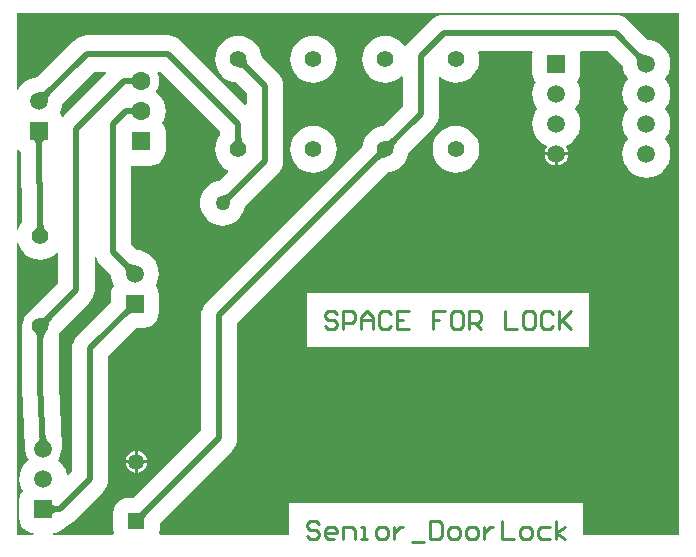
<source format=gtl>
G04 Layer_Physical_Order=1*
G04 Layer_Color=255*
%FSLAX25Y25*%
%MOIN*%
G70*
G01*
G75*
%ADD10C,0.02000*%
%ADD11C,0.01000*%
%ADD12C,0.05512*%
%ADD13R,0.06299X0.06299*%
%ADD14C,0.06299*%
%ADD15C,0.05905*%
%ADD16R,0.05905X0.05905*%
%ADD17R,0.05315X0.05315*%
%ADD18C,0.05315*%
%ADD19R,0.05905X0.05905*%
%ADD20C,0.05000*%
G36*
X114509Y208957D02*
X114537Y208702D01*
X114584Y208455D01*
X114649Y208217D01*
X114732Y207987D01*
X114834Y207766D01*
X114955Y207553D01*
X115095Y207350D01*
X115253Y207155D01*
X115429Y206968D01*
X111571D01*
X111747Y207155D01*
X111905Y207350D01*
X112045Y207553D01*
X112165Y207766D01*
X112268Y207987D01*
X112351Y208217D01*
X112416Y208455D01*
X112463Y208702D01*
X112491Y208957D01*
X112500Y209222D01*
X114500D01*
X114509Y208957D01*
D02*
G37*
G36*
X142692Y196237D02*
X142905Y196070D01*
X143128Y195923D01*
X143360Y195795D01*
X143603Y195688D01*
X143857Y195601D01*
X144120Y195534D01*
X144393Y195487D01*
X144677Y195460D01*
X144971Y195453D01*
X142047Y192529D01*
X142040Y192823D01*
X142013Y193107D01*
X141966Y193380D01*
X141899Y193643D01*
X141812Y193897D01*
X141705Y194140D01*
X141577Y194372D01*
X141430Y194595D01*
X141263Y194808D01*
X141076Y195010D01*
X142490Y196424D01*
X142692Y196237D01*
D02*
G37*
G36*
X144889Y179560D02*
X144733Y179673D01*
X144549Y179730D01*
X144337D01*
X144097Y179673D01*
X143828Y179560D01*
X143531Y179391D01*
X143206Y179164D01*
X142852Y178881D01*
X142060Y178146D01*
X140646Y179560D01*
X141042Y179970D01*
X141664Y180706D01*
X141891Y181031D01*
X142060Y181328D01*
X142173Y181597D01*
X142230Y181837D01*
Y182049D01*
X142173Y182233D01*
X142060Y182389D01*
X144889Y179560D01*
D02*
G37*
G36*
X326452Y105547D02*
X294472D01*
Y115998D01*
X196500D01*
Y105547D01*
X153211D01*
X152933Y105963D01*
X153029Y106195D01*
X153201Y107500D01*
Y109332D01*
X177363Y133494D01*
X177363Y133494D01*
X178113Y134408D01*
X178670Y135450D01*
X179013Y136581D01*
X179129Y137757D01*
Y176103D01*
X229313Y226287D01*
X230020Y226356D01*
X231482Y226800D01*
X232830Y227520D01*
X234011Y228489D01*
X234980Y229670D01*
X235700Y231018D01*
X236144Y232480D01*
X236213Y233187D01*
X244563Y241537D01*
X245313Y242450D01*
X245870Y243493D01*
X246213Y244624D01*
X246329Y245800D01*
Y257974D01*
X246829Y258210D01*
X247670Y257520D01*
X249018Y256800D01*
X250480Y256356D01*
X252000Y256207D01*
X253520Y256356D01*
X254982Y256800D01*
X256330Y257520D01*
X257511Y258489D01*
X258480Y259670D01*
X259200Y261018D01*
X259644Y262480D01*
X259793Y264000D01*
X259644Y265520D01*
X259386Y266369D01*
X259684Y266771D01*
X277173D01*
X277612Y266271D01*
X277504Y265453D01*
Y259547D01*
X277676Y258242D01*
X278180Y257026D01*
X278605Y256471D01*
X278117Y255558D01*
X277662Y254059D01*
X277509Y252500D01*
X277662Y250941D01*
X278117Y249442D01*
X278855Y248060D01*
X279315Y247500D01*
X278855Y246940D01*
X278117Y245558D01*
X277662Y244059D01*
X277509Y242500D01*
X277662Y240941D01*
X278117Y239442D01*
X278855Y238060D01*
X279849Y236849D01*
X281060Y235856D01*
X282054Y235324D01*
X282193Y234683D01*
X282047Y234493D01*
X281649Y233532D01*
X281579Y233000D01*
X289421D01*
X289351Y233532D01*
X288953Y234493D01*
X288807Y234683D01*
X288946Y235324D01*
X289940Y235856D01*
X291151Y236849D01*
X292144Y238060D01*
X292883Y239442D01*
X293338Y240941D01*
X293491Y242500D01*
X293338Y244059D01*
X292883Y245558D01*
X292144Y246940D01*
X291685Y247500D01*
X292144Y248060D01*
X292883Y249442D01*
X293338Y250941D01*
X293491Y252500D01*
X293338Y254059D01*
X292883Y255558D01*
X292395Y256471D01*
X292820Y257026D01*
X293324Y258242D01*
X293496Y259547D01*
Y265453D01*
X293388Y266271D01*
X293827Y266771D01*
X302703D01*
X307567Y261906D01*
X307662Y260941D01*
X308117Y259442D01*
X308856Y258060D01*
X309315Y257500D01*
X308856Y256940D01*
X308117Y255558D01*
X307662Y254059D01*
X307509Y252500D01*
X307662Y250941D01*
X308117Y249442D01*
X308856Y248060D01*
X309315Y247500D01*
X308856Y246940D01*
X308117Y245558D01*
X307662Y244059D01*
X307509Y242500D01*
X307662Y240941D01*
X308117Y239442D01*
X308856Y238060D01*
X309315Y237500D01*
X308856Y236940D01*
X308117Y235558D01*
X307662Y234059D01*
X307509Y232500D01*
X307662Y230941D01*
X308117Y229442D01*
X308856Y228060D01*
X309849Y226849D01*
X311060Y225855D01*
X312442Y225117D01*
X313941Y224662D01*
X315500Y224509D01*
X317059Y224662D01*
X318558Y225117D01*
X319940Y225855D01*
X321151Y226849D01*
X322145Y228060D01*
X322883Y229442D01*
X323338Y230941D01*
X323491Y232500D01*
X323338Y234059D01*
X322883Y235558D01*
X322145Y236940D01*
X321685Y237500D01*
X322145Y238060D01*
X322883Y239442D01*
X323338Y240941D01*
X323491Y242500D01*
X323338Y244059D01*
X322883Y245558D01*
X322145Y246940D01*
X321685Y247500D01*
X322145Y248060D01*
X322883Y249442D01*
X323338Y250941D01*
X323491Y252500D01*
X323338Y254059D01*
X322883Y255558D01*
X322145Y256940D01*
X321685Y257500D01*
X322145Y258060D01*
X322883Y259442D01*
X323338Y260941D01*
X323491Y262500D01*
X323338Y264059D01*
X322883Y265558D01*
X322145Y266940D01*
X321151Y268151D01*
X319940Y269145D01*
X318558Y269883D01*
X317059Y270338D01*
X316094Y270433D01*
X309463Y277063D01*
X308549Y277813D01*
X307507Y278370D01*
X306376Y278713D01*
X305200Y278829D01*
X248100D01*
X248100Y278829D01*
X246924Y278713D01*
X245793Y278370D01*
X244750Y277813D01*
X243837Y277063D01*
X236037Y269263D01*
X235438Y268534D01*
X235362Y268500D01*
X234913Y268493D01*
X234816Y268529D01*
X234011Y269511D01*
X232830Y270480D01*
X231482Y271200D01*
X230020Y271644D01*
X228500Y271793D01*
X226980Y271644D01*
X225518Y271200D01*
X224170Y270480D01*
X222989Y269511D01*
X222020Y268330D01*
X221300Y266982D01*
X220856Y265520D01*
X220707Y264000D01*
X220856Y262480D01*
X221300Y261018D01*
X222020Y259670D01*
X222989Y258489D01*
X224170Y257520D01*
X225518Y256800D01*
X226980Y256356D01*
X228500Y256207D01*
X230020Y256356D01*
X231482Y256800D01*
X232830Y257520D01*
X233771Y258292D01*
X234271Y258056D01*
Y248297D01*
X227687Y241713D01*
X226980Y241644D01*
X225518Y241200D01*
X224170Y240480D01*
X222989Y239511D01*
X222020Y238330D01*
X221300Y236982D01*
X220856Y235520D01*
X220787Y234813D01*
X168837Y182863D01*
X168087Y181949D01*
X167530Y180907D01*
X167187Y179776D01*
X167071Y178600D01*
Y140255D01*
X144674Y117858D01*
X142842D01*
X141537Y117686D01*
X140321Y117182D01*
X139277Y116381D01*
X138475Y115336D01*
X137971Y114120D01*
X137799Y112815D01*
Y107500D01*
X137971Y106195D01*
X138067Y105963D01*
X137789Y105547D01*
X117815D01*
X117782Y106047D01*
X118758Y106176D01*
X119974Y106680D01*
X121019Y107481D01*
X121577Y108208D01*
X122307Y108430D01*
X123349Y108987D01*
X124263Y109737D01*
X134363Y119837D01*
X135113Y120750D01*
X135670Y121793D01*
X136013Y122924D01*
X136129Y124100D01*
Y165103D01*
X145530Y174504D01*
X147953D01*
X149258Y174676D01*
X150474Y175180D01*
X151519Y175981D01*
X152320Y177026D01*
X152824Y178242D01*
X152996Y179547D01*
Y185453D01*
X152824Y186758D01*
X152320Y187974D01*
X151895Y188529D01*
X152383Y189442D01*
X152838Y190941D01*
X152991Y192500D01*
X152838Y194059D01*
X152383Y195558D01*
X151645Y196940D01*
X150651Y198151D01*
X149440Y199144D01*
X148058Y199883D01*
X146559Y200338D01*
X145594Y200433D01*
X143829Y202197D01*
Y228505D01*
X143850Y228524D01*
X150150D01*
X151455Y228696D01*
X152671Y229200D01*
X153716Y230001D01*
X154517Y231045D01*
X155021Y232262D01*
X155193Y233567D01*
Y239866D01*
X155021Y241172D01*
X154517Y242388D01*
X154169Y242841D01*
X154566Y243583D01*
X155032Y245119D01*
X155189Y246717D01*
X155032Y248314D01*
X154566Y249850D01*
X153809Y251266D01*
X152790Y252507D01*
X151904Y253235D01*
X152013Y253367D01*
X152570Y254409D01*
X152913Y255540D01*
X153029Y256717D01*
X152913Y257893D01*
X152570Y259024D01*
X152347Y259442D01*
X152604Y259871D01*
X153603D01*
X173471Y240003D01*
Y238879D01*
X173020Y238330D01*
X172300Y236982D01*
X171856Y235520D01*
X171707Y234000D01*
X171856Y232480D01*
X172300Y231018D01*
X173020Y229670D01*
X173989Y228489D01*
X175170Y227520D01*
X176054Y227048D01*
X176127Y226553D01*
X173102Y223528D01*
X172730Y223492D01*
X171316Y223063D01*
X170013Y222366D01*
X168871Y221429D01*
X167934Y220287D01*
X167237Y218984D01*
X166808Y217570D01*
X166664Y216100D01*
X166808Y214630D01*
X167237Y213216D01*
X167934Y211913D01*
X168871Y210771D01*
X170013Y209834D01*
X171316Y209137D01*
X172730Y208709D01*
X174200Y208564D01*
X175670Y208709D01*
X177084Y209137D01*
X178387Y209834D01*
X179529Y210771D01*
X180466Y211913D01*
X181163Y213216D01*
X181591Y214630D01*
X181628Y215002D01*
X192563Y225937D01*
X193313Y226851D01*
X193870Y227893D01*
X194213Y229024D01*
X194329Y230200D01*
Y255200D01*
X194213Y256376D01*
X193870Y257507D01*
X193313Y258549D01*
X192563Y259463D01*
X187213Y264813D01*
X187144Y265520D01*
X186700Y266982D01*
X185980Y268330D01*
X185011Y269511D01*
X183830Y270480D01*
X182482Y271200D01*
X181020Y271644D01*
X179500Y271793D01*
X177980Y271644D01*
X176518Y271200D01*
X175170Y270480D01*
X173989Y269511D01*
X173020Y268330D01*
X172300Y266982D01*
X171856Y265520D01*
X171707Y264000D01*
X171856Y262480D01*
X172300Y261018D01*
X173020Y259670D01*
X173989Y258489D01*
X175170Y257520D01*
X176518Y256800D01*
X177980Y256356D01*
X178687Y256287D01*
X182271Y252703D01*
Y248909D01*
X181809Y248717D01*
X160363Y270163D01*
X159450Y270913D01*
X158407Y271470D01*
X157276Y271813D01*
X156100Y271929D01*
X128900D01*
X128900Y271929D01*
X127724Y271813D01*
X126593Y271470D01*
X125550Y270913D01*
X124637Y270163D01*
X124637Y270163D01*
X112406Y257933D01*
X111441Y257838D01*
X109942Y257383D01*
X108560Y256645D01*
X107349Y255651D01*
X106356Y254440D01*
X106047Y253863D01*
X105547Y253989D01*
Y279452D01*
X326452D01*
Y105547D01*
D02*
G37*
G36*
X177588Y218074D02*
X177417Y217893D01*
X177265Y217708D01*
X177131Y217521D01*
X177015Y217331D01*
X176917Y217137D01*
X176837Y216941D01*
X176775Y216741D01*
X176732Y216539D01*
X176707Y216334D01*
X176700Y216125D01*
X174225Y218600D01*
X174434Y218607D01*
X174639Y218632D01*
X174841Y218675D01*
X175041Y218737D01*
X175237Y218817D01*
X175431Y218915D01*
X175621Y219031D01*
X175808Y219165D01*
X175993Y219317D01*
X176174Y219488D01*
X177588Y218074D01*
D02*
G37*
G36*
X106481Y233481D02*
X106971Y233105D01*
Y223000D01*
X107087Y221824D01*
X107430Y220693D01*
X107471Y220616D01*
Y209879D01*
X107020Y209330D01*
X106300Y207982D01*
X106047Y207151D01*
X105547Y207225D01*
Y233877D01*
X106047Y234047D01*
X106481Y233481D01*
D02*
G37*
G36*
X117192Y177278D02*
X117012Y177085D01*
X116851Y176884D01*
X116709Y176677D01*
X116587Y176462D01*
X116483Y176241D01*
X116399Y176012D01*
X116335Y175777D01*
X116289Y175534D01*
X116263Y175284D01*
X116256Y175028D01*
X113528Y177756D01*
X113784Y177763D01*
X114034Y177789D01*
X114277Y177835D01*
X114512Y177899D01*
X114741Y177983D01*
X114962Y178087D01*
X115177Y178209D01*
X115384Y178351D01*
X115585Y178512D01*
X115778Y178692D01*
X117192Y177278D01*
D02*
G37*
G36*
X149559Y112802D02*
X149162Y112391D01*
X148537Y111654D01*
X148309Y111328D01*
X148138Y111031D01*
X148024Y110763D01*
X147966Y110522D01*
X147965Y110311D01*
X148021Y110128D01*
X148133Y109974D01*
X145316Y112790D01*
X145471Y112678D01*
X145653Y112623D01*
X145865Y112624D01*
X146105Y112681D01*
X146374Y112796D01*
X146671Y112967D01*
X146996Y113194D01*
X147351Y113478D01*
X148144Y114216D01*
X149559Y112802D01*
D02*
G37*
G36*
X117448Y115810D02*
X117508Y115640D01*
X117609Y115490D01*
X117750Y115360D01*
X117931Y115250D01*
X118152Y115160D01*
X118414Y115090D01*
X118715Y115040D01*
X119058Y115010D01*
X119440Y115000D01*
Y113000D01*
X119058Y112990D01*
X118715Y112960D01*
X118414Y112910D01*
X118152Y112840D01*
X117931Y112750D01*
X117750Y112640D01*
X117609Y112510D01*
X117508Y112360D01*
X117448Y112190D01*
X117428Y112000D01*
Y116000D01*
X117448Y115810D01*
D02*
G37*
G36*
X106300Y202018D02*
X107020Y200670D01*
X107989Y199489D01*
X109170Y198520D01*
X110518Y197800D01*
X111980Y197356D01*
X113500Y197207D01*
X115020Y197356D01*
X116482Y197800D01*
X117830Y198520D01*
X118971Y199457D01*
X119224Y199413D01*
X119471Y199325D01*
Y189497D01*
X109237Y179263D01*
X108487Y178349D01*
X107930Y177307D01*
X107587Y176176D01*
X107471Y175000D01*
Y155500D01*
X107485Y155360D01*
X107477Y155220D01*
X108477Y133720D01*
X108648Y132550D01*
X109043Y131437D01*
X109648Y130421D01*
X109639Y130299D01*
X108849Y129651D01*
X107855Y128440D01*
X107117Y127058D01*
X106662Y125559D01*
X106509Y124000D01*
X106662Y122441D01*
X107117Y120942D01*
X107605Y120029D01*
X107180Y119474D01*
X106676Y118258D01*
X106504Y116953D01*
Y111047D01*
X106676Y109742D01*
X107180Y108526D01*
X107981Y107481D01*
X109026Y106680D01*
X110242Y106176D01*
X111218Y106047D01*
X111185Y105547D01*
X105547D01*
Y202775D01*
X106047Y202850D01*
X106300Y202018D01*
D02*
G37*
G36*
X115253Y172845D02*
X115095Y172650D01*
X114955Y172447D01*
X114834Y172234D01*
X114732Y172013D01*
X114649Y171783D01*
X114584Y171545D01*
X114537Y171298D01*
X114509Y171043D01*
X114500Y170778D01*
X112500D01*
X112491Y171043D01*
X112463Y171298D01*
X112416Y171545D01*
X112351Y171783D01*
X112268Y172013D01*
X112165Y172234D01*
X112045Y172447D01*
X111905Y172650D01*
X111747Y172845D01*
X111571Y173032D01*
X115429D01*
X115253Y172845D01*
D02*
G37*
G36*
X115311Y138317D02*
X115355Y138050D01*
X115421Y137791D01*
X115507Y137540D01*
X115615Y137297D01*
X115743Y137062D01*
X115893Y136835D01*
X116063Y136616D01*
X116254Y136405D01*
X116467Y136202D01*
X112337Y136010D01*
X112530Y136232D01*
X112701Y136460D01*
X112850Y136694D01*
X112978Y136934D01*
X113084Y137180D01*
X113168Y137431D01*
X113231Y137689D01*
X113272Y137953D01*
X113292Y138223D01*
X113290Y138498D01*
X115287Y138592D01*
X115311Y138317D01*
D02*
G37*
G36*
X132230Y197393D02*
X132787Y196351D01*
X133537Y195437D01*
X137067Y191906D01*
X137162Y190941D01*
X137617Y189442D01*
X138105Y188529D01*
X137680Y187974D01*
X137176Y186758D01*
X137004Y185453D01*
Y183030D01*
X125837Y171863D01*
X125087Y170949D01*
X124530Y169907D01*
X124187Y168776D01*
X124071Y167600D01*
Y126597D01*
X122813Y125340D01*
X122343Y125508D01*
X122338Y125559D01*
X121883Y127058D01*
X121144Y128440D01*
X120151Y129651D01*
X119276Y130368D01*
X119663Y130887D01*
X120171Y131954D01*
X120461Y133100D01*
X120522Y134280D01*
X119529Y155640D01*
Y172503D01*
X129763Y182737D01*
X130513Y183651D01*
X131070Y184693D01*
X131413Y185824D01*
X131529Y187000D01*
Y197981D01*
X132029Y198055D01*
X132230Y197393D01*
D02*
G37*
G36*
X114810Y237040D02*
X114640Y236980D01*
X114490Y236880D01*
X114360Y236740D01*
X114250Y236560D01*
X114160Y236340D01*
X114090Y236080D01*
X114040Y235780D01*
X114010Y235440D01*
X114000Y235060D01*
X112000D01*
X111990Y235440D01*
X111960Y235780D01*
X111910Y236080D01*
X111840Y236340D01*
X111750Y236560D01*
X111640Y236740D01*
X111510Y236880D01*
X111360Y236980D01*
X111190Y237040D01*
X111000Y237060D01*
X115000D01*
X114810Y237040D01*
D02*
G37*
G36*
X232192Y236278D02*
X232012Y236085D01*
X231851Y235884D01*
X231709Y235677D01*
X231587Y235462D01*
X231483Y235241D01*
X231399Y235012D01*
X231335Y234776D01*
X231289Y234534D01*
X231263Y234284D01*
X231256Y234028D01*
X228528Y236756D01*
X228784Y236763D01*
X229034Y236789D01*
X229276Y236835D01*
X229512Y236899D01*
X229741Y236983D01*
X229962Y237087D01*
X230177Y237209D01*
X230384Y237351D01*
X230585Y237512D01*
X230778Y237692D01*
X232192Y236278D01*
D02*
G37*
G36*
X135483Y259409D02*
X121237Y245163D01*
X121022Y244901D01*
X120527Y244975D01*
X120320Y245474D01*
X119895Y246029D01*
X120383Y246942D01*
X120838Y248441D01*
X120933Y249406D01*
X131397Y259871D01*
X135291D01*
X135483Y259409D01*
D02*
G37*
G36*
X180509Y237957D02*
X180537Y237702D01*
X180584Y237455D01*
X180649Y237216D01*
X180732Y236987D01*
X180834Y236766D01*
X180955Y236553D01*
X181095Y236350D01*
X181253Y236155D01*
X181429Y235968D01*
X177571D01*
X177747Y236155D01*
X177905Y236350D01*
X178045Y236553D01*
X178165Y236766D01*
X178268Y236987D01*
X178351Y237216D01*
X178416Y237455D01*
X178463Y237702D01*
X178491Y237957D01*
X178500Y238222D01*
X180500D01*
X180509Y237957D01*
D02*
G37*
G36*
X228472Y231244D02*
X228216Y231237D01*
X227966Y231211D01*
X227724Y231165D01*
X227488Y231101D01*
X227259Y231017D01*
X227038Y230913D01*
X226823Y230791D01*
X226616Y230649D01*
X226415Y230488D01*
X226222Y230308D01*
X224808Y231722D01*
X224988Y231915D01*
X225149Y232116D01*
X225291Y232323D01*
X225413Y232538D01*
X225517Y232759D01*
X225601Y232988D01*
X225665Y233224D01*
X225711Y233466D01*
X225737Y233716D01*
X225744Y233972D01*
X228472Y231244D01*
D02*
G37*
G36*
X182263Y263716D02*
X182289Y263466D01*
X182335Y263224D01*
X182399Y262988D01*
X182483Y262759D01*
X182587Y262538D01*
X182709Y262323D01*
X182851Y262116D01*
X183012Y261915D01*
X183192Y261722D01*
X181778Y260308D01*
X181585Y260488D01*
X181384Y260649D01*
X181177Y260791D01*
X180962Y260913D01*
X180741Y261017D01*
X180512Y261101D01*
X180277Y261165D01*
X180034Y261211D01*
X179784Y261237D01*
X179528Y261244D01*
X182256Y263972D01*
X182263Y263716D01*
D02*
G37*
G36*
X313192Y266237D02*
X313405Y266070D01*
X313628Y265922D01*
X313860Y265795D01*
X314103Y265688D01*
X314356Y265601D01*
X314620Y265534D01*
X314893Y265487D01*
X315177Y265460D01*
X315471Y265453D01*
X312547Y262529D01*
X312540Y262823D01*
X312513Y263107D01*
X312466Y263380D01*
X312399Y263644D01*
X312312Y263897D01*
X312205Y264140D01*
X312077Y264372D01*
X311930Y264595D01*
X311763Y264808D01*
X311576Y265010D01*
X312990Y266424D01*
X313192Y266237D01*
D02*
G37*
G36*
X116924Y252510D02*
X116737Y252308D01*
X116570Y252095D01*
X116422Y251872D01*
X116295Y251640D01*
X116188Y251397D01*
X116101Y251144D01*
X116034Y250880D01*
X115987Y250607D01*
X115960Y250323D01*
X115953Y250029D01*
X113030Y252953D01*
X113323Y252960D01*
X113607Y252987D01*
X113880Y253034D01*
X114144Y253101D01*
X114397Y253188D01*
X114640Y253295D01*
X114873Y253422D01*
X115095Y253570D01*
X115308Y253737D01*
X115510Y253924D01*
X116924Y252510D01*
D02*
G37*
%LPC*%
G36*
X149123Y129343D02*
X146000D01*
Y126219D01*
X146455Y126279D01*
X147345Y126648D01*
X148108Y127234D01*
X148695Y127998D01*
X149063Y128888D01*
X149123Y129343D01*
D02*
G37*
G36*
X204500Y271793D02*
X202980Y271644D01*
X201518Y271200D01*
X200170Y270480D01*
X198989Y269511D01*
X198020Y268330D01*
X197300Y266982D01*
X196856Y265520D01*
X196707Y264000D01*
X196856Y262480D01*
X197300Y261018D01*
X198020Y259670D01*
X198989Y258489D01*
X200170Y257520D01*
X201518Y256800D01*
X202980Y256356D01*
X204500Y256207D01*
X206020Y256356D01*
X207482Y256800D01*
X208830Y257520D01*
X210011Y258489D01*
X210980Y259670D01*
X211700Y261018D01*
X212144Y262480D01*
X212293Y264000D01*
X212144Y265520D01*
X211700Y266982D01*
X210980Y268330D01*
X210011Y269511D01*
X208830Y270480D01*
X207482Y271200D01*
X206020Y271644D01*
X204500Y271793D01*
D02*
G37*
G36*
X145000Y129343D02*
X141877D01*
X141937Y128888D01*
X142305Y127998D01*
X142892Y127234D01*
X143656Y126648D01*
X144545Y126279D01*
X145000Y126219D01*
Y129343D01*
D02*
G37*
G36*
Y133466D02*
X144545Y133406D01*
X143656Y133037D01*
X142892Y132451D01*
X142305Y131687D01*
X141937Y130797D01*
X141877Y130343D01*
X145000D01*
Y133466D01*
D02*
G37*
G36*
X285000Y232000D02*
X281579D01*
X281649Y231468D01*
X282047Y230507D01*
X282681Y229681D01*
X283507Y229047D01*
X284468Y228649D01*
X285000Y228579D01*
Y232000D01*
D02*
G37*
G36*
X252000Y241793D02*
X250480Y241644D01*
X249018Y241200D01*
X247670Y240480D01*
X246489Y239511D01*
X245520Y238330D01*
X244800Y236982D01*
X244356Y235520D01*
X244207Y234000D01*
X244356Y232480D01*
X244800Y231018D01*
X245520Y229670D01*
X246489Y228489D01*
X247670Y227520D01*
X249018Y226800D01*
X250480Y226356D01*
X252000Y226207D01*
X253520Y226356D01*
X254982Y226800D01*
X256330Y227520D01*
X257511Y228489D01*
X258480Y229670D01*
X259200Y231018D01*
X259644Y232480D01*
X259793Y234000D01*
X259644Y235520D01*
X259200Y236982D01*
X258480Y238330D01*
X257511Y239511D01*
X256330Y240480D01*
X254982Y241200D01*
X253520Y241644D01*
X252000Y241793D01*
D02*
G37*
G36*
X204500D02*
X202980Y241644D01*
X201518Y241200D01*
X200170Y240480D01*
X198989Y239511D01*
X198020Y238330D01*
X197300Y236982D01*
X196856Y235520D01*
X196707Y234000D01*
X196856Y232480D01*
X197300Y231018D01*
X198020Y229670D01*
X198989Y228489D01*
X200170Y227520D01*
X201518Y226800D01*
X202980Y226356D01*
X204500Y226207D01*
X206020Y226356D01*
X207482Y226800D01*
X208830Y227520D01*
X210011Y228489D01*
X210980Y229670D01*
X211700Y231018D01*
X212144Y232480D01*
X212293Y234000D01*
X212144Y235520D01*
X211700Y236982D01*
X210980Y238330D01*
X210011Y239511D01*
X208830Y240480D01*
X207482Y241200D01*
X206020Y241644D01*
X204500Y241793D01*
D02*
G37*
G36*
X146000Y133466D02*
Y130343D01*
X149123D01*
X149063Y130797D01*
X148695Y131687D01*
X148108Y132451D01*
X147345Y133037D01*
X146455Y133406D01*
X146000Y133466D01*
D02*
G37*
G36*
X296474Y185998D02*
X202500D01*
Y168000D01*
X296474D01*
Y185998D01*
D02*
G37*
G36*
X289421Y232000D02*
X286000D01*
Y228579D01*
X286532Y228649D01*
X287493Y229047D01*
X288319Y229681D01*
X288953Y230507D01*
X289351Y231468D01*
X289421Y232000D01*
D02*
G37*
%LPD*%
D10*
X137800Y199700D02*
X145000Y192500D01*
X137800Y199700D02*
Y242500D01*
X142017Y246717D01*
X147000D01*
X114500Y114000D02*
X120000D01*
X130100Y124100D01*
Y167600D01*
X145000Y182500D01*
X305200Y272800D02*
X315500Y262500D01*
X248100Y272800D02*
X305200D01*
X240300Y265000D02*
X248100Y272800D01*
X240300Y245800D02*
Y265000D01*
X228500Y234000D02*
X240300Y245800D01*
X179500Y264000D02*
X188300Y255200D01*
Y230200D02*
Y255200D01*
X174200Y216100D02*
X188300Y230200D01*
X179500Y234000D02*
Y242500D01*
X156100Y265900D02*
X179500Y242500D01*
X128900Y265900D02*
X156100D01*
X113000Y250000D02*
X128900Y265900D01*
X113500Y205000D02*
Y222500D01*
X113000Y223000D02*
X113500Y222500D01*
X113000Y223000D02*
Y240000D01*
X113500Y155500D02*
X114500Y134000D01*
X113500Y155500D02*
Y175000D01*
X125500Y187000D01*
Y240900D01*
X141317Y256717D01*
X147000D01*
X145500Y110157D02*
X173100Y137757D01*
Y178600D01*
X228500Y234000D01*
D11*
X206499Y108998D02*
X205499Y109998D01*
X203500D01*
X202500Y108998D01*
Y107999D01*
X203500Y106999D01*
X205499D01*
X206499Y105999D01*
Y105000D01*
X205499Y104000D01*
X203500D01*
X202500Y105000D01*
X211497Y104000D02*
X209498D01*
X208498Y105000D01*
Y106999D01*
X209498Y107999D01*
X211497D01*
X212497Y106999D01*
Y105999D01*
X208498D01*
X214496Y104000D02*
Y107999D01*
X217495D01*
X218495Y106999D01*
Y104000D01*
X220494D02*
X222494D01*
X221494D01*
Y107999D01*
X220494D01*
X226492Y104000D02*
X228492D01*
X229491Y105000D01*
Y106999D01*
X228492Y107999D01*
X226492D01*
X225493Y106999D01*
Y105000D01*
X226492Y104000D01*
X231491Y107999D02*
Y104000D01*
Y105999D01*
X232490Y106999D01*
X233490Y107999D01*
X234490D01*
X237489Y103000D02*
X241487D01*
X243487Y109998D02*
Y104000D01*
X246486D01*
X247485Y105000D01*
Y108998D01*
X246486Y109998D01*
X243487D01*
X250484Y104000D02*
X252484D01*
X253484Y105000D01*
Y106999D01*
X252484Y107999D01*
X250484D01*
X249485Y106999D01*
Y105000D01*
X250484Y104000D01*
X256483D02*
X258482D01*
X259482Y105000D01*
Y106999D01*
X258482Y107999D01*
X256483D01*
X255483Y106999D01*
Y105000D01*
X256483Y104000D01*
X261481Y107999D02*
Y104000D01*
Y105999D01*
X262481Y106999D01*
X263480Y107999D01*
X264480D01*
X267479Y109998D02*
Y104000D01*
X271478D01*
X274477D02*
X276476D01*
X277476Y105000D01*
Y106999D01*
X276476Y107999D01*
X274477D01*
X273477Y106999D01*
Y105000D01*
X274477Y104000D01*
X283474Y107999D02*
X280475D01*
X279475Y106999D01*
Y105000D01*
X280475Y104000D01*
X283474D01*
X285473D02*
Y109998D01*
Y105999D02*
X288472Y107999D01*
X285473Y105999D02*
X288472Y104000D01*
X212499Y178998D02*
X211499Y179998D01*
X209500D01*
X208500Y178998D01*
Y177999D01*
X209500Y176999D01*
X211499D01*
X212499Y175999D01*
Y175000D01*
X211499Y174000D01*
X209500D01*
X208500Y175000D01*
X214498Y174000D02*
Y179998D01*
X217497D01*
X218497Y178998D01*
Y176999D01*
X217497Y175999D01*
X214498D01*
X220496Y174000D02*
Y177999D01*
X222496Y179998D01*
X224495Y177999D01*
Y174000D01*
Y176999D01*
X220496D01*
X230493Y178998D02*
X229493Y179998D01*
X227494D01*
X226494Y178998D01*
Y175000D01*
X227494Y174000D01*
X229493D01*
X230493Y175000D01*
X236491Y179998D02*
X232492D01*
Y174000D01*
X236491D01*
X232492Y176999D02*
X234492D01*
X248487Y179998D02*
X244488D01*
Y176999D01*
X246488D01*
X244488D01*
Y174000D01*
X253485Y179998D02*
X251486D01*
X250486Y178998D01*
Y175000D01*
X251486Y174000D01*
X253485D01*
X254485Y175000D01*
Y178998D01*
X253485Y179998D01*
X256485Y174000D02*
Y179998D01*
X259484D01*
X260483Y178998D01*
Y176999D01*
X259484Y175999D01*
X256485D01*
X258484D02*
X260483Y174000D01*
X268481Y179998D02*
Y174000D01*
X272479D01*
X277478Y179998D02*
X275478D01*
X274479Y178998D01*
Y175000D01*
X275478Y174000D01*
X277478D01*
X278477Y175000D01*
Y178998D01*
X277478Y179998D01*
X284475Y178998D02*
X283476Y179998D01*
X281476D01*
X280477Y178998D01*
Y175000D01*
X281476Y174000D01*
X283476D01*
X284475Y175000D01*
X286475Y179998D02*
Y174000D01*
Y175999D01*
X290474Y179998D01*
X287474Y176999D01*
X290474Y174000D01*
D12*
X113500Y175000D02*
D03*
Y205000D02*
D03*
X179500Y234000D02*
D03*
Y264000D02*
D03*
X252000Y234000D02*
D03*
Y264000D02*
D03*
X204500D02*
D03*
Y234000D02*
D03*
X228500Y264000D02*
D03*
Y234000D02*
D03*
D13*
X147000Y236717D02*
D03*
D14*
Y246717D02*
D03*
Y256717D02*
D03*
D15*
X145000Y192500D02*
D03*
X315500Y232500D02*
D03*
Y242500D02*
D03*
Y252500D02*
D03*
Y262500D02*
D03*
X285500Y232500D02*
D03*
Y242500D02*
D03*
Y252500D02*
D03*
X114500Y134000D02*
D03*
Y124000D02*
D03*
X113000Y250000D02*
D03*
D16*
X145000Y182500D02*
D03*
X114500Y114000D02*
D03*
X113000Y240000D02*
D03*
D17*
X145500Y110157D02*
D03*
D18*
Y129843D02*
D03*
D19*
X285500Y262500D02*
D03*
D20*
X174200Y216100D02*
D03*
M02*

</source>
